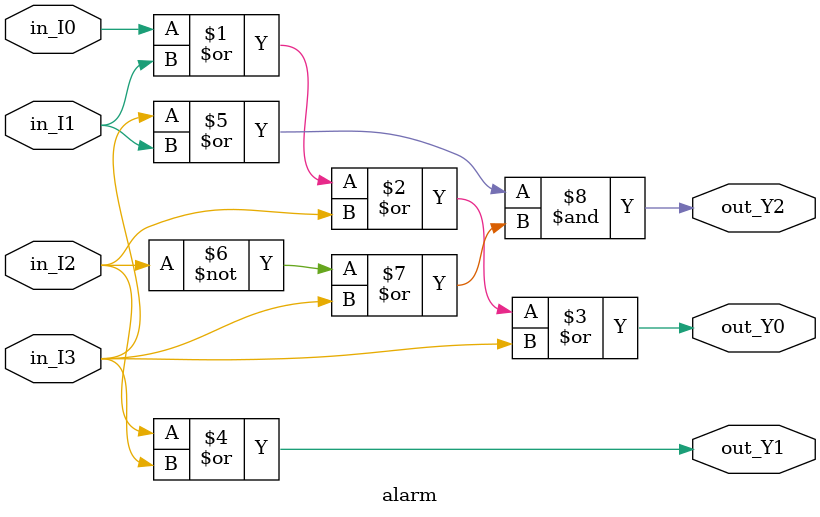
<source format=v>
`timescale 1ns / 1ps
module alarm (
    input  in_I0,
    input  in_I1,
    input  in_I2,
    input  in_I3,
    output out_Y0,
    output out_Y1,
    output out_Y2
);
  assign out_Y0 = in_I0 | in_I1 | in_I2 | in_I3;
  assign out_Y1 = in_I2 | in_I3;
  assign out_Y2 = (in_I3 | in_I1) & (~in_I2 | in_I3);
endmodule


</source>
